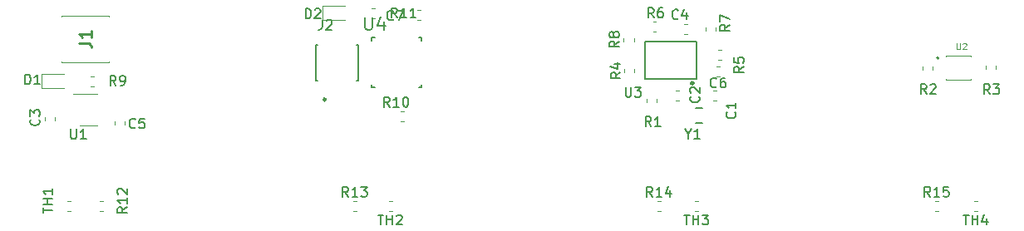
<source format=gto>
G04 #@! TF.GenerationSoftware,KiCad,Pcbnew,(5.99.0-2415-gbbdd3fce7)*
G04 #@! TF.CreationDate,2020-08-31T16:01:40-07:00*
G04 #@! TF.ProjectId,VineHoop_Islands,56696e65-486f-46f7-905f-49736c616e64,rev?*
G04 #@! TF.SameCoordinates,Original*
G04 #@! TF.FileFunction,Legend,Top*
G04 #@! TF.FilePolarity,Positive*
%FSLAX46Y46*%
G04 Gerber Fmt 4.6, Leading zero omitted, Abs format (unit mm)*
G04 Created by KiCad (PCBNEW (5.99.0-2415-gbbdd3fce7)) date 2020-08-31 16:01:40*
%MOMM*%
%LPD*%
G01*
G04 APERTURE LIST*
%ADD10C,0.150000*%
%ADD11C,0.149860*%
%ADD12C,0.015000*%
%ADD13C,0.254000*%
%ADD14C,0.120000*%
%ADD15C,0.152400*%
%ADD16C,0.100000*%
%ADD17C,0.200000*%
%ADD18C,0.127000*%
%ADD19C,0.304800*%
%ADD20C,0.250000*%
G04 APERTURE END LIST*
D10*
X196206142Y-62354666D02*
X196253761Y-62402285D01*
X196301380Y-62545142D01*
X196301380Y-62640380D01*
X196253761Y-62783238D01*
X196158523Y-62878476D01*
X196063285Y-62926095D01*
X195872809Y-62973714D01*
X195729952Y-62973714D01*
X195539476Y-62926095D01*
X195444238Y-62878476D01*
X195349000Y-62783238D01*
X195301380Y-62640380D01*
X195301380Y-62545142D01*
X195349000Y-62402285D01*
X195396619Y-62354666D01*
X196301380Y-61402285D02*
X196301380Y-61973714D01*
X196301380Y-61688000D02*
X195301380Y-61688000D01*
X195444238Y-61783238D01*
X195539476Y-61878476D01*
X195587095Y-61973714D01*
X192523142Y-60767166D02*
X192570761Y-60814785D01*
X192618380Y-60957642D01*
X192618380Y-61052880D01*
X192570761Y-61195738D01*
X192475523Y-61290976D01*
X192380285Y-61338595D01*
X192189809Y-61386214D01*
X192046952Y-61386214D01*
X191856476Y-61338595D01*
X191761238Y-61290976D01*
X191666000Y-61195738D01*
X191618380Y-61052880D01*
X191618380Y-60957642D01*
X191666000Y-60814785D01*
X191713619Y-60767166D01*
X191713619Y-60386214D02*
X191666000Y-60338595D01*
X191618380Y-60243357D01*
X191618380Y-60005261D01*
X191666000Y-59910023D01*
X191713619Y-59862404D01*
X191808857Y-59814785D01*
X191904095Y-59814785D01*
X192046952Y-59862404D01*
X192618380Y-60433833D01*
X192618380Y-59814785D01*
X161397833Y-52900142D02*
X161350214Y-52947761D01*
X161207357Y-52995380D01*
X161112119Y-52995380D01*
X160969261Y-52947761D01*
X160874023Y-52852523D01*
X160826404Y-52757285D01*
X160778785Y-52566809D01*
X160778785Y-52423952D01*
X160826404Y-52233476D01*
X160874023Y-52138238D01*
X160969261Y-52043000D01*
X161112119Y-51995380D01*
X161207357Y-51995380D01*
X161350214Y-52043000D01*
X161397833Y-52090619D01*
X161731166Y-51995380D02*
X162397833Y-51995380D01*
X161969261Y-52995380D01*
X197109680Y-57706566D02*
X196633490Y-58039900D01*
X197109680Y-58277995D02*
X196109680Y-58277995D01*
X196109680Y-57897042D01*
X196157300Y-57801804D01*
X196204919Y-57754185D01*
X196300157Y-57706566D01*
X196443014Y-57706566D01*
X196538252Y-57754185D01*
X196585871Y-57801804D01*
X196633490Y-57897042D01*
X196633490Y-58277995D01*
X196109680Y-56801804D02*
X196109680Y-57277995D01*
X196585871Y-57325614D01*
X196538252Y-57277995D01*
X196490633Y-57182757D01*
X196490633Y-56944661D01*
X196538252Y-56849423D01*
X196585871Y-56801804D01*
X196681109Y-56754185D01*
X196919204Y-56754185D01*
X197014442Y-56801804D01*
X197062061Y-56849423D01*
X197109680Y-56944661D01*
X197109680Y-57182757D01*
X197062061Y-57277995D01*
X197014442Y-57325614D01*
X184412580Y-55130266D02*
X183936390Y-55463600D01*
X184412580Y-55701695D02*
X183412580Y-55701695D01*
X183412580Y-55320742D01*
X183460200Y-55225504D01*
X183507819Y-55177885D01*
X183603057Y-55130266D01*
X183745914Y-55130266D01*
X183841152Y-55177885D01*
X183888771Y-55225504D01*
X183936390Y-55320742D01*
X183936390Y-55701695D01*
X183841152Y-54558838D02*
X183793533Y-54654076D01*
X183745914Y-54701695D01*
X183650676Y-54749314D01*
X183603057Y-54749314D01*
X183507819Y-54701695D01*
X183460200Y-54654076D01*
X183412580Y-54558838D01*
X183412580Y-54368361D01*
X183460200Y-54273123D01*
X183507819Y-54225504D01*
X183603057Y-54177885D01*
X183650676Y-54177885D01*
X183745914Y-54225504D01*
X183793533Y-54273123D01*
X183841152Y-54368361D01*
X183841152Y-54558838D01*
X183888771Y-54654076D01*
X183936390Y-54701695D01*
X184031628Y-54749314D01*
X184222104Y-54749314D01*
X184317342Y-54701695D01*
X184364961Y-54654076D01*
X184412580Y-54558838D01*
X184412580Y-54368361D01*
X184364961Y-54273123D01*
X184317342Y-54225504D01*
X184222104Y-54177885D01*
X184031628Y-54177885D01*
X183936390Y-54225504D01*
X183888771Y-54273123D01*
X183841152Y-54368361D01*
X222171933Y-60517580D02*
X221838600Y-60041390D01*
X221600504Y-60517580D02*
X221600504Y-59517580D01*
X221981457Y-59517580D01*
X222076695Y-59565200D01*
X222124314Y-59612819D01*
X222171933Y-59708057D01*
X222171933Y-59850914D01*
X222124314Y-59946152D01*
X222076695Y-59993771D01*
X221981457Y-60041390D01*
X221600504Y-60041390D01*
X222505266Y-59517580D02*
X223124314Y-59517580D01*
X222790980Y-59898533D01*
X222933838Y-59898533D01*
X223029076Y-59946152D01*
X223076695Y-59993771D01*
X223124314Y-60089009D01*
X223124314Y-60327104D01*
X223076695Y-60422342D01*
X223029076Y-60469961D01*
X222933838Y-60517580D01*
X222648123Y-60517580D01*
X222552885Y-60469961D01*
X222505266Y-60422342D01*
D11*
X158548880Y-52723523D02*
X158548880Y-53751619D01*
X158609357Y-53872571D01*
X158669833Y-53933047D01*
X158790785Y-53993523D01*
X159032690Y-53993523D01*
X159153642Y-53933047D01*
X159214119Y-53872571D01*
X159274595Y-53751619D01*
X159274595Y-52723523D01*
X160423642Y-53146857D02*
X160423642Y-53993523D01*
X160121261Y-52663047D02*
X159818880Y-53570190D01*
X160605071Y-53570190D01*
D12*
X218769380Y-55318123D02*
X218769380Y-55836219D01*
X218799857Y-55897171D01*
X218830333Y-55927647D01*
X218891285Y-55958123D01*
X219013190Y-55958123D01*
X219074142Y-55927647D01*
X219104619Y-55897171D01*
X219135095Y-55836219D01*
X219135095Y-55318123D01*
X219409380Y-55379076D02*
X219439857Y-55348600D01*
X219500809Y-55318123D01*
X219653190Y-55318123D01*
X219714142Y-55348600D01*
X219744619Y-55379076D01*
X219775095Y-55440028D01*
X219775095Y-55500980D01*
X219744619Y-55592409D01*
X219378904Y-55958123D01*
X219775095Y-55958123D01*
D11*
X185053327Y-59798328D02*
X185053327Y-60608668D01*
X185100994Y-60704002D01*
X185148661Y-60751669D01*
X185243995Y-60799336D01*
X185434663Y-60799336D01*
X185529997Y-60751669D01*
X185577664Y-60704002D01*
X185625331Y-60608668D01*
X185625331Y-59798328D01*
X186006668Y-59798328D02*
X186626339Y-59798328D01*
X186292670Y-60179665D01*
X186435671Y-60179665D01*
X186531005Y-60227332D01*
X186578672Y-60274999D01*
X186626339Y-60370333D01*
X186626339Y-60608668D01*
X186578672Y-60704002D01*
X186531005Y-60751669D01*
X186435671Y-60799336D01*
X186149669Y-60799336D01*
X186054335Y-60751669D01*
X186006668Y-60704002D01*
D10*
X187673533Y-63803480D02*
X187340200Y-63327290D01*
X187102104Y-63803480D02*
X187102104Y-62803480D01*
X187483057Y-62803480D01*
X187578295Y-62851100D01*
X187625914Y-62898719D01*
X187673533Y-62993957D01*
X187673533Y-63136814D01*
X187625914Y-63232052D01*
X187578295Y-63279671D01*
X187483057Y-63327290D01*
X187102104Y-63327290D01*
X188625914Y-63803480D02*
X188054485Y-63803480D01*
X188340200Y-63803480D02*
X188340200Y-62803480D01*
X188244961Y-62946338D01*
X188149723Y-63041576D01*
X188054485Y-63089195D01*
X161047642Y-61816880D02*
X160714309Y-61340690D01*
X160476214Y-61816880D02*
X160476214Y-60816880D01*
X160857166Y-60816880D01*
X160952404Y-60864500D01*
X161000023Y-60912119D01*
X161047642Y-61007357D01*
X161047642Y-61150214D01*
X161000023Y-61245452D01*
X160952404Y-61293071D01*
X160857166Y-61340690D01*
X160476214Y-61340690D01*
X162000023Y-61816880D02*
X161428595Y-61816880D01*
X161714309Y-61816880D02*
X161714309Y-60816880D01*
X161619071Y-60959738D01*
X161523833Y-61054976D01*
X161428595Y-61102595D01*
X162619071Y-60816880D02*
X162714309Y-60816880D01*
X162809547Y-60864500D01*
X162857166Y-60912119D01*
X162904785Y-61007357D01*
X162952404Y-61197833D01*
X162952404Y-61435928D01*
X162904785Y-61626404D01*
X162857166Y-61721642D01*
X162809547Y-61769261D01*
X162714309Y-61816880D01*
X162619071Y-61816880D01*
X162523833Y-61769261D01*
X162476214Y-61721642D01*
X162428595Y-61626404D01*
X162380976Y-61435928D01*
X162380976Y-61197833D01*
X162428595Y-61007357D01*
X162476214Y-60912119D01*
X162523833Y-60864500D01*
X162619071Y-60816880D01*
X215721933Y-60505080D02*
X215388600Y-60028890D01*
X215150504Y-60505080D02*
X215150504Y-59505080D01*
X215531457Y-59505080D01*
X215626695Y-59552700D01*
X215674314Y-59600319D01*
X215721933Y-59695557D01*
X215721933Y-59838414D01*
X215674314Y-59933652D01*
X215626695Y-59981271D01*
X215531457Y-60028890D01*
X215150504Y-60028890D01*
X216102885Y-59600319D02*
X216150504Y-59552700D01*
X216245742Y-59505080D01*
X216483838Y-59505080D01*
X216579076Y-59552700D01*
X216626695Y-59600319D01*
X216674314Y-59695557D01*
X216674314Y-59790795D01*
X216626695Y-59933652D01*
X216055266Y-60505080D01*
X216674314Y-60505080D01*
X187935333Y-52734380D02*
X187602000Y-52258190D01*
X187363904Y-52734380D02*
X187363904Y-51734380D01*
X187744857Y-51734380D01*
X187840095Y-51782000D01*
X187887714Y-51829619D01*
X187935333Y-51924857D01*
X187935333Y-52067714D01*
X187887714Y-52162952D01*
X187840095Y-52210571D01*
X187744857Y-52258190D01*
X187363904Y-52258190D01*
X188792476Y-51734380D02*
X188602000Y-51734380D01*
X188506761Y-51782000D01*
X188459142Y-51829619D01*
X188363904Y-51972476D01*
X188316285Y-52162952D01*
X188316285Y-52543904D01*
X188363904Y-52639142D01*
X188411523Y-52686761D01*
X188506761Y-52734380D01*
X188697238Y-52734380D01*
X188792476Y-52686761D01*
X188840095Y-52639142D01*
X188887714Y-52543904D01*
X188887714Y-52305809D01*
X188840095Y-52210571D01*
X188792476Y-52162952D01*
X188697238Y-52115333D01*
X188506761Y-52115333D01*
X188411523Y-52162952D01*
X188363904Y-52210571D01*
X188316285Y-52305809D01*
X195666380Y-53464666D02*
X195190190Y-53798000D01*
X195666380Y-54036095D02*
X194666380Y-54036095D01*
X194666380Y-53655142D01*
X194714000Y-53559904D01*
X194761619Y-53512285D01*
X194856857Y-53464666D01*
X194999714Y-53464666D01*
X195094952Y-53512285D01*
X195142571Y-53559904D01*
X195190190Y-53655142D01*
X195190190Y-54036095D01*
X194666380Y-53131333D02*
X194666380Y-52464666D01*
X195666380Y-52893238D01*
X190423533Y-52808242D02*
X190375914Y-52855861D01*
X190233057Y-52903480D01*
X190137819Y-52903480D01*
X189994961Y-52855861D01*
X189899723Y-52760623D01*
X189852104Y-52665385D01*
X189804485Y-52474909D01*
X189804485Y-52332052D01*
X189852104Y-52141576D01*
X189899723Y-52046338D01*
X189994961Y-51951100D01*
X190137819Y-51903480D01*
X190233057Y-51903480D01*
X190375914Y-51951100D01*
X190423533Y-51998719D01*
X191280676Y-52236814D02*
X191280676Y-52903480D01*
X191042580Y-51855861D02*
X190804485Y-52570147D01*
X191423533Y-52570147D01*
X184542580Y-58317766D02*
X184066390Y-58651100D01*
X184542580Y-58889195D02*
X183542580Y-58889195D01*
X183542580Y-58508242D01*
X183590200Y-58413004D01*
X183637819Y-58365385D01*
X183733057Y-58317766D01*
X183875914Y-58317766D01*
X183971152Y-58365385D01*
X184018771Y-58413004D01*
X184066390Y-58508242D01*
X184066390Y-58889195D01*
X183875914Y-57460623D02*
X184542580Y-57460623D01*
X183494961Y-57698719D02*
X184209247Y-57936814D01*
X184209247Y-57317766D01*
X135133333Y-63915445D02*
X135085714Y-63963064D01*
X134942857Y-64010683D01*
X134847619Y-64010683D01*
X134704761Y-63963064D01*
X134609523Y-63867826D01*
X134561904Y-63772588D01*
X134514285Y-63582112D01*
X134514285Y-63439255D01*
X134561904Y-63248779D01*
X134609523Y-63153541D01*
X134704761Y-63058303D01*
X134847619Y-63010683D01*
X134942857Y-63010683D01*
X135085714Y-63058303D01*
X135133333Y-63105922D01*
X136038095Y-63010683D02*
X135561904Y-63010683D01*
X135514285Y-63486874D01*
X135561904Y-63439255D01*
X135657142Y-63391636D01*
X135895238Y-63391636D01*
X135990476Y-63439255D01*
X136038095Y-63486874D01*
X136085714Y-63582112D01*
X136085714Y-63820207D01*
X136038095Y-63915445D01*
X135990476Y-63963064D01*
X135895238Y-64010683D01*
X135657142Y-64010683D01*
X135561904Y-63963064D01*
X135514285Y-63915445D01*
X128537994Y-64094183D02*
X128537994Y-64903707D01*
X128585613Y-64998945D01*
X128633232Y-65046564D01*
X128728470Y-65094183D01*
X128918946Y-65094183D01*
X129014184Y-65046564D01*
X129061803Y-64998945D01*
X129109422Y-64903707D01*
X129109422Y-64094183D01*
X130109422Y-65094183D02*
X129537994Y-65094183D01*
X129823708Y-65094183D02*
X129823708Y-64094183D01*
X129728470Y-64237041D01*
X129633232Y-64332279D01*
X129537994Y-64379898D01*
X152468504Y-52812580D02*
X152468504Y-51812580D01*
X152706600Y-51812580D01*
X152849457Y-51860200D01*
X152944695Y-51955438D01*
X152992314Y-52050676D01*
X153039933Y-52241152D01*
X153039933Y-52384009D01*
X152992314Y-52574485D01*
X152944695Y-52669723D01*
X152849457Y-52764961D01*
X152706600Y-52812580D01*
X152468504Y-52812580D01*
X153420885Y-51907819D02*
X153468504Y-51860200D01*
X153563742Y-51812580D01*
X153801838Y-51812580D01*
X153897076Y-51860200D01*
X153944695Y-51907819D01*
X153992314Y-52003057D01*
X153992314Y-52098295D01*
X153944695Y-52241152D01*
X153373266Y-52812580D01*
X153992314Y-52812580D01*
X161791342Y-52736780D02*
X161458009Y-52260590D01*
X161219914Y-52736780D02*
X161219914Y-51736780D01*
X161600866Y-51736780D01*
X161696104Y-51784400D01*
X161743723Y-51832019D01*
X161791342Y-51927257D01*
X161791342Y-52070114D01*
X161743723Y-52165352D01*
X161696104Y-52212971D01*
X161600866Y-52260590D01*
X161219914Y-52260590D01*
X162743723Y-52736780D02*
X162172295Y-52736780D01*
X162458009Y-52736780D02*
X162458009Y-51736780D01*
X162362771Y-51879638D01*
X162267533Y-51974876D01*
X162172295Y-52022495D01*
X163696104Y-52736780D02*
X163124676Y-52736780D01*
X163410390Y-52736780D02*
X163410390Y-51736780D01*
X163315152Y-51879638D01*
X163219914Y-51974876D01*
X163124676Y-52022495D01*
X123900104Y-59510780D02*
X123900104Y-58510780D01*
X124138200Y-58510780D01*
X124281057Y-58558400D01*
X124376295Y-58653638D01*
X124423914Y-58748876D01*
X124471533Y-58939352D01*
X124471533Y-59082209D01*
X124423914Y-59272685D01*
X124376295Y-59367923D01*
X124281057Y-59463161D01*
X124138200Y-59510780D01*
X123900104Y-59510780D01*
X125423914Y-59510780D02*
X124852485Y-59510780D01*
X125138200Y-59510780D02*
X125138200Y-58510780D01*
X125042961Y-58653638D01*
X124947723Y-58748876D01*
X124852485Y-58796495D01*
X133150733Y-59652380D02*
X132817400Y-59176190D01*
X132579304Y-59652380D02*
X132579304Y-58652380D01*
X132960257Y-58652380D01*
X133055495Y-58700000D01*
X133103114Y-58747619D01*
X133150733Y-58842857D01*
X133150733Y-58985714D01*
X133103114Y-59080952D01*
X133055495Y-59128571D01*
X132960257Y-59176190D01*
X132579304Y-59176190D01*
X133626923Y-59652380D02*
X133817400Y-59652380D01*
X133912638Y-59604761D01*
X133960257Y-59557142D01*
X134055495Y-59414285D01*
X134103114Y-59223809D01*
X134103114Y-58842857D01*
X134055495Y-58747619D01*
X134007876Y-58700000D01*
X133912638Y-58652380D01*
X133722161Y-58652380D01*
X133626923Y-58700000D01*
X133579304Y-58747619D01*
X133531685Y-58842857D01*
X133531685Y-59080952D01*
X133579304Y-59176190D01*
X133626923Y-59223809D01*
X133722161Y-59271428D01*
X133912638Y-59271428D01*
X134007876Y-59223809D01*
X134055495Y-59176190D01*
X134103114Y-59080952D01*
X194323533Y-59758242D02*
X194275914Y-59805861D01*
X194133057Y-59853480D01*
X194037819Y-59853480D01*
X193894961Y-59805861D01*
X193799723Y-59710623D01*
X193752104Y-59615385D01*
X193704485Y-59424909D01*
X193704485Y-59282052D01*
X193752104Y-59091576D01*
X193799723Y-58996338D01*
X193894961Y-58901100D01*
X194037819Y-58853480D01*
X194133057Y-58853480D01*
X194275914Y-58901100D01*
X194323533Y-58948719D01*
X195180676Y-58853480D02*
X194990200Y-58853480D01*
X194894961Y-58901100D01*
X194847342Y-58948719D01*
X194752104Y-59091576D01*
X194704485Y-59282052D01*
X194704485Y-59663004D01*
X194752104Y-59758242D01*
X194799723Y-59805861D01*
X194894961Y-59853480D01*
X195085438Y-59853480D01*
X195180676Y-59805861D01*
X195228295Y-59758242D01*
X195275914Y-59663004D01*
X195275914Y-59424909D01*
X195228295Y-59329671D01*
X195180676Y-59282052D01*
X195085438Y-59234433D01*
X194894961Y-59234433D01*
X194799723Y-59282052D01*
X194752104Y-59329671D01*
X194704485Y-59424909D01*
D13*
X129345624Y-55310133D02*
X130252767Y-55310133D01*
X130434196Y-55370609D01*
X130555148Y-55491561D01*
X130615624Y-55672990D01*
X130615624Y-55793942D01*
X130615624Y-54040133D02*
X130615624Y-54765847D01*
X130615624Y-54402990D02*
X129345624Y-54402990D01*
X129527053Y-54523942D01*
X129648005Y-54644895D01*
X129708481Y-54765847D01*
D10*
X154161809Y-52956380D02*
X154161809Y-53670666D01*
X154114190Y-53813523D01*
X154018952Y-53908761D01*
X153876095Y-53956380D01*
X153780857Y-53956380D01*
X154590380Y-53051619D02*
X154638000Y-53004000D01*
X154733238Y-52956380D01*
X154971333Y-52956380D01*
X155066571Y-53004000D01*
X155114190Y-53051619D01*
X155161809Y-53146857D01*
X155161809Y-53242095D01*
X155114190Y-53384952D01*
X154542761Y-53956380D01*
X155161809Y-53956380D01*
D11*
X191455809Y-64577190D02*
X191455809Y-65053380D01*
X191122476Y-64053380D02*
X191455809Y-64577190D01*
X191789142Y-64053380D01*
X192646285Y-65053380D02*
X192074857Y-65053380D01*
X192360571Y-65053380D02*
X192360571Y-64053380D01*
X192265333Y-64196238D01*
X192170095Y-64291476D01*
X192074857Y-64339095D01*
D10*
X159826785Y-72832380D02*
X160398214Y-72832380D01*
X160112500Y-73832380D02*
X160112500Y-72832380D01*
X160731547Y-73832380D02*
X160731547Y-72832380D01*
X160731547Y-73308571D02*
X161302976Y-73308571D01*
X161302976Y-73832380D02*
X161302976Y-72832380D01*
X161731547Y-72927619D02*
X161779166Y-72880000D01*
X161874404Y-72832380D01*
X162112500Y-72832380D01*
X162207738Y-72880000D01*
X162255357Y-72927619D01*
X162302976Y-73022857D01*
X162302976Y-73118095D01*
X162255357Y-73260952D01*
X161683928Y-73832380D01*
X162302976Y-73832380D01*
X219464285Y-72832380D02*
X220035714Y-72832380D01*
X219750000Y-73832380D02*
X219750000Y-72832380D01*
X220369047Y-73832380D02*
X220369047Y-72832380D01*
X220369047Y-73308571D02*
X220940476Y-73308571D01*
X220940476Y-73832380D02*
X220940476Y-72832380D01*
X221845238Y-73165714D02*
X221845238Y-73832380D01*
X221607142Y-72784761D02*
X221369047Y-73499047D01*
X221988095Y-73499047D01*
X191025285Y-72832380D02*
X191596714Y-72832380D01*
X191311000Y-73832380D02*
X191311000Y-72832380D01*
X191930047Y-73832380D02*
X191930047Y-72832380D01*
X191930047Y-73308571D02*
X192501476Y-73308571D01*
X192501476Y-73832380D02*
X192501476Y-72832380D01*
X192882428Y-72832380D02*
X193501476Y-72832380D01*
X193168142Y-73213333D01*
X193311000Y-73213333D01*
X193406238Y-73260952D01*
X193453857Y-73308571D01*
X193501476Y-73403809D01*
X193501476Y-73641904D01*
X193453857Y-73737142D01*
X193406238Y-73784761D01*
X193311000Y-73832380D01*
X193025285Y-73832380D01*
X192930047Y-73784761D01*
X192882428Y-73737142D01*
X125702380Y-72635714D02*
X125702380Y-72064285D01*
X126702380Y-72350000D02*
X125702380Y-72350000D01*
X126702380Y-71730952D02*
X125702380Y-71730952D01*
X126178571Y-71730952D02*
X126178571Y-71159523D01*
X126702380Y-71159523D02*
X125702380Y-71159523D01*
X126702380Y-70159523D02*
X126702380Y-70730952D01*
X126702380Y-70445238D02*
X125702380Y-70445238D01*
X125845238Y-70540476D01*
X125940476Y-70635714D01*
X125988095Y-70730952D01*
X216097142Y-70972380D02*
X215763809Y-70496190D01*
X215525714Y-70972380D02*
X215525714Y-69972380D01*
X215906666Y-69972380D01*
X216001904Y-70020000D01*
X216049523Y-70067619D01*
X216097142Y-70162857D01*
X216097142Y-70305714D01*
X216049523Y-70400952D01*
X216001904Y-70448571D01*
X215906666Y-70496190D01*
X215525714Y-70496190D01*
X217049523Y-70972380D02*
X216478095Y-70972380D01*
X216763809Y-70972380D02*
X216763809Y-69972380D01*
X216668571Y-70115238D01*
X216573333Y-70210476D01*
X216478095Y-70258095D01*
X217954285Y-69972380D02*
X217478095Y-69972380D01*
X217430476Y-70448571D01*
X217478095Y-70400952D01*
X217573333Y-70353333D01*
X217811428Y-70353333D01*
X217906666Y-70400952D01*
X217954285Y-70448571D01*
X218001904Y-70543809D01*
X218001904Y-70781904D01*
X217954285Y-70877142D01*
X217906666Y-70924761D01*
X217811428Y-70972380D01*
X217573333Y-70972380D01*
X217478095Y-70924761D01*
X217430476Y-70877142D01*
X134302380Y-72042857D02*
X133826190Y-72376190D01*
X134302380Y-72614285D02*
X133302380Y-72614285D01*
X133302380Y-72233333D01*
X133350000Y-72138095D01*
X133397619Y-72090476D01*
X133492857Y-72042857D01*
X133635714Y-72042857D01*
X133730952Y-72090476D01*
X133778571Y-72138095D01*
X133826190Y-72233333D01*
X133826190Y-72614285D01*
X134302380Y-71090476D02*
X134302380Y-71661904D01*
X134302380Y-71376190D02*
X133302380Y-71376190D01*
X133445238Y-71471428D01*
X133540476Y-71566666D01*
X133588095Y-71661904D01*
X133397619Y-70709523D02*
X133350000Y-70661904D01*
X133302380Y-70566666D01*
X133302380Y-70328571D01*
X133350000Y-70233333D01*
X133397619Y-70185714D01*
X133492857Y-70138095D01*
X133588095Y-70138095D01*
X133730952Y-70185714D01*
X134302380Y-70757142D01*
X134302380Y-70138095D01*
X156819642Y-70972380D02*
X156486309Y-70496190D01*
X156248214Y-70972380D02*
X156248214Y-69972380D01*
X156629166Y-69972380D01*
X156724404Y-70020000D01*
X156772023Y-70067619D01*
X156819642Y-70162857D01*
X156819642Y-70305714D01*
X156772023Y-70400952D01*
X156724404Y-70448571D01*
X156629166Y-70496190D01*
X156248214Y-70496190D01*
X157772023Y-70972380D02*
X157200595Y-70972380D01*
X157486309Y-70972380D02*
X157486309Y-69972380D01*
X157391071Y-70115238D01*
X157295833Y-70210476D01*
X157200595Y-70258095D01*
X158105357Y-69972380D02*
X158724404Y-69972380D01*
X158391071Y-70353333D01*
X158533928Y-70353333D01*
X158629166Y-70400952D01*
X158676785Y-70448571D01*
X158724404Y-70543809D01*
X158724404Y-70781904D01*
X158676785Y-70877142D01*
X158629166Y-70924761D01*
X158533928Y-70972380D01*
X158248214Y-70972380D01*
X158152976Y-70924761D01*
X158105357Y-70877142D01*
X187807142Y-70972380D02*
X187473809Y-70496190D01*
X187235714Y-70972380D02*
X187235714Y-69972380D01*
X187616666Y-69972380D01*
X187711904Y-70020000D01*
X187759523Y-70067619D01*
X187807142Y-70162857D01*
X187807142Y-70305714D01*
X187759523Y-70400952D01*
X187711904Y-70448571D01*
X187616666Y-70496190D01*
X187235714Y-70496190D01*
X188759523Y-70972380D02*
X188188095Y-70972380D01*
X188473809Y-70972380D02*
X188473809Y-69972380D01*
X188378571Y-70115238D01*
X188283333Y-70210476D01*
X188188095Y-70258095D01*
X189616666Y-70305714D02*
X189616666Y-70972380D01*
X189378571Y-69924761D02*
X189140476Y-70639047D01*
X189759523Y-70639047D01*
X125307142Y-63099969D02*
X125354761Y-63147588D01*
X125402380Y-63290445D01*
X125402380Y-63385683D01*
X125354761Y-63528541D01*
X125259523Y-63623779D01*
X125164285Y-63671398D01*
X124973809Y-63719017D01*
X124830952Y-63719017D01*
X124640476Y-63671398D01*
X124545238Y-63623779D01*
X124450000Y-63528541D01*
X124402380Y-63385683D01*
X124402380Y-63290445D01*
X124450000Y-63147588D01*
X124497619Y-63099969D01*
X124402380Y-62766636D02*
X124402380Y-62147588D01*
X124783333Y-62480922D01*
X124783333Y-62338064D01*
X124830952Y-62242826D01*
X124878571Y-62195207D01*
X124973809Y-62147588D01*
X125211904Y-62147588D01*
X125307142Y-62195207D01*
X125354761Y-62242826D01*
X125402380Y-62338064D01*
X125402380Y-62623779D01*
X125354761Y-62719017D01*
X125307142Y-62766636D01*
D14*
X193972221Y-60170000D02*
X194297779Y-60170000D01*
X193972221Y-61190000D02*
X194297779Y-61190000D01*
X190487779Y-60170000D02*
X190162221Y-60170000D01*
X190487779Y-61190000D02*
X190162221Y-61190000D01*
X163864221Y-51983000D02*
X164189779Y-51983000D01*
X163864221Y-53003000D02*
X164189779Y-53003000D01*
X194488021Y-56013900D02*
X194813579Y-56013900D01*
X194488021Y-57033900D02*
X194813579Y-57033900D01*
X185900200Y-55126379D02*
X185900200Y-54800821D01*
X184880200Y-55126379D02*
X184880200Y-54800821D01*
X222798600Y-57965479D02*
X222798600Y-57639921D01*
X221778600Y-57965479D02*
X221778600Y-57639921D01*
D15*
X159531300Y-54779000D02*
X159226500Y-54779000D01*
X159226500Y-54779000D02*
X159226500Y-55083800D01*
X159226500Y-59859000D02*
X159531300Y-59859000D01*
X164306500Y-54779000D02*
X164001700Y-54779000D01*
X159226500Y-59554200D02*
X159226500Y-59859000D01*
X164306500Y-59859000D02*
X164306500Y-59554200D01*
X164001700Y-59859000D02*
X164306500Y-59859000D01*
X164306500Y-55083800D02*
X164306500Y-54779000D01*
D16*
X217725000Y-56575000D02*
X217725000Y-56650000D01*
X220225000Y-56575000D02*
X220225000Y-56650000D01*
X220225000Y-56575000D02*
X217725000Y-56575000D01*
X217725000Y-59075000D02*
X217725000Y-59000000D01*
X220225000Y-59075000D02*
X220225000Y-59000000D01*
X217725000Y-59075000D02*
X220225000Y-59075000D01*
D17*
X216975000Y-56825000D02*
G75*
G03*
X216975000Y-56825000I-100000J0D01*
G01*
D18*
X192250000Y-59000000D02*
X192250000Y-55200000D01*
X187050000Y-59000000D02*
X192250000Y-59000000D01*
X187050000Y-55200000D02*
X187050000Y-59000000D01*
X192250000Y-55200000D02*
X187050000Y-55200000D01*
D19*
X191950000Y-59400000D02*
G75*
G03*
X191950000Y-59400000I-100000J0D01*
G01*
D14*
X188231000Y-60983721D02*
X188231000Y-61309279D01*
X187211000Y-60983721D02*
X187211000Y-61309279D01*
X162137221Y-62315000D02*
X162462779Y-62315000D01*
X162137221Y-63335000D02*
X162462779Y-63335000D01*
X215278600Y-58002979D02*
X215278600Y-57677421D01*
X216298600Y-58002979D02*
X216298600Y-57677421D01*
X188177779Y-54165000D02*
X187852221Y-54165000D01*
X188177779Y-53145000D02*
X187852221Y-53145000D01*
X193235000Y-54035279D02*
X193235000Y-53709721D01*
X194255000Y-54035279D02*
X194255000Y-53709721D01*
X191048721Y-54424000D02*
X191374279Y-54424000D01*
X191048721Y-53404000D02*
X191374279Y-53404000D01*
X185945000Y-57986721D02*
X185945000Y-58312279D01*
X184925000Y-57986721D02*
X184925000Y-58312279D01*
X132990000Y-63308024D02*
X132990000Y-63633582D01*
X134010000Y-63308024D02*
X134010000Y-63633582D01*
X129438899Y-63743303D02*
X131238899Y-63743303D01*
X131238899Y-60523303D02*
X128788899Y-60523303D01*
X156495600Y-51523600D02*
X154210600Y-51523600D01*
X154210600Y-52993600D02*
X156495600Y-52993600D01*
X154210600Y-51523600D02*
X154210600Y-52993600D01*
X159190721Y-52794000D02*
X159516279Y-52794000D01*
X159190721Y-51774000D02*
X159516279Y-51774000D01*
X125594900Y-59935000D02*
X127879900Y-59935000D01*
X125594900Y-58465000D02*
X125594900Y-59935000D01*
X127879900Y-58465000D02*
X125594900Y-58465000D01*
X130900279Y-58690000D02*
X130574721Y-58690000D01*
X130900279Y-59710000D02*
X130574721Y-59710000D01*
X194661079Y-57691100D02*
X194335521Y-57691100D01*
X194661079Y-58711100D02*
X194335521Y-58711100D01*
D16*
X132456101Y-52526800D02*
X127626101Y-52526800D01*
X127626101Y-52526800D02*
X127626101Y-52656800D01*
X132456101Y-52656800D02*
X132456101Y-52526800D01*
X127626101Y-57246800D02*
X127626101Y-57156800D01*
X132456101Y-57246800D02*
X127626101Y-57246800D01*
X132456101Y-57156800D02*
X132456101Y-57246800D01*
D10*
X157800500Y-59134000D02*
X157800500Y-55504000D01*
X157695500Y-59134000D02*
X157800500Y-59134000D01*
X157695500Y-55504000D02*
X157800500Y-55504000D01*
X153540500Y-59134000D02*
X153540500Y-55504000D01*
X153540500Y-55504000D02*
X153645500Y-55504000D01*
X153540500Y-59134000D02*
X153645500Y-59134000D01*
D20*
X154525500Y-61069000D02*
G75*
G03*
X154525500Y-61069000I-125000J0D01*
G01*
D18*
X192917000Y-63446000D02*
X192217000Y-63446000D01*
X192917000Y-61946000D02*
X192217000Y-61946000D01*
D14*
X161275279Y-71440000D02*
X160949721Y-71440000D01*
X161275279Y-72460000D02*
X160949721Y-72460000D01*
X220912779Y-71440000D02*
X220587221Y-71440000D01*
X220912779Y-72460000D02*
X220587221Y-72460000D01*
X192473779Y-71440000D02*
X192148221Y-71440000D01*
X192473779Y-72460000D02*
X192148221Y-72460000D01*
X128187221Y-72460000D02*
X128512779Y-72460000D01*
X128187221Y-71440000D02*
X128512779Y-71440000D01*
X216577221Y-72460000D02*
X216902779Y-72460000D01*
X216577221Y-71440000D02*
X216902779Y-71440000D01*
X131812779Y-71440000D02*
X131487221Y-71440000D01*
X131812779Y-72460000D02*
X131487221Y-72460000D01*
X157299721Y-72460000D02*
X157625279Y-72460000D01*
X157299721Y-71440000D02*
X157625279Y-71440000D01*
X188287221Y-72460000D02*
X188612779Y-72460000D01*
X188287221Y-71440000D02*
X188612779Y-71440000D01*
X126910000Y-62858024D02*
X126910000Y-63183582D01*
X125890000Y-62858024D02*
X125890000Y-63183582D01*
M02*

</source>
